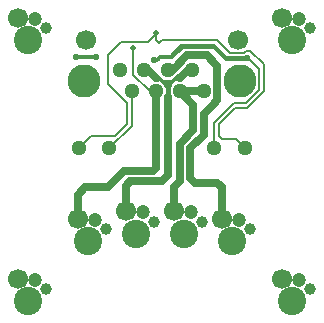
<source format=gbr>
G04 start of page 2 for group 0 idx 0 *
G04 Title: (unknown), P1_W1 *
G04 Creator: pcb 4.2.0 *
G04 CreationDate: Wed Sep 23 11:56:37 2020 UTC *
G04 For: commonadmin *
G04 Format: Gerber/RS-274X *
G04 PCB-Dimensions (mil): 1250.00 1500.00 *
G04 PCB-Coordinate-Origin: lower left *
%MOIN*%
%FSLAX25Y25*%
%LNTOP*%
%ADD29C,0.0354*%
%ADD28C,0.0197*%
%ADD27C,0.0295*%
%ADD26C,0.0492*%
%ADD25C,0.0787*%
%ADD24C,0.0130*%
%ADD23C,0.0100*%
%ADD22C,0.0230*%
%ADD21C,0.0200*%
%ADD20C,0.0512*%
%ADD19C,0.1102*%
%ADD18C,0.0394*%
%ADD17C,0.0472*%
%ADD16C,0.0669*%
%ADD15C,0.0945*%
%ADD14C,0.0160*%
%ADD13C,0.0140*%
%ADD12C,0.0060*%
%ADD11C,0.0250*%
G54D11*X78571Y89957D02*X70539D01*
X73043Y97043D02*X70500Y94500D01*
X74555Y97043D02*X73043D01*
G54D12*X94000Y100500D02*X86000D01*
X97000Y97500D02*X94000Y100500D01*
X82000Y104500D02*X86000Y100500D01*
G54D13*Y101000D02*X93000D01*
G54D12*X92500Y86000D02*X88500D01*
X97000Y90500D02*X92500Y86000D01*
X97000Y97500D02*Y90500D01*
X71500Y104500D02*X82000D01*
X54476Y78500D02*Y89957D01*
X82000Y71055D02*X82035Y71020D01*
X82000Y79500D02*Y71055D01*
X88500Y86000D02*X82000Y79500D01*
X54476Y78500D02*X46996Y71020D01*
X68000Y101000D02*X71500Y104500D01*
X64000Y101000D02*X68000D01*
G54D13*X64000Y101500D02*X67500D01*
G54D12*X63500Y100500D02*X64000Y101000D01*
X62000Y100500D02*X63500D01*
X62000D02*X62500D01*
G54D13*X62000D02*X63000D01*
X64000Y101500D01*
X67500D02*X71000Y105000D01*
X82000D01*
X86000Y101000D01*
X42500Y101500D02*X36000D01*
G54D11*X70539Y60039D02*Y72508D01*
X75031Y77000D01*
Y85465D01*
X70539Y89957D01*
X68500Y50024D02*X68457Y49980D01*
X68500Y58000D02*Y50024D01*
X70539Y60039D02*X68500Y58000D01*
G54D13*X70500Y94000D02*X69000D01*
X68000Y93000D02*X70000Y95000D01*
G54D11*X66500Y62000D02*X64500Y60000D01*
X66500Y88000D02*Y62000D01*
G54D14*Y91500D02*Y86000D01*
G54D13*Y93000D02*X68000D01*
G54D14*X62500Y94000D02*X63000D01*
X66500Y93000D02*X65500D01*
G54D11*X66500Y92500D02*Y92000D01*
G54D13*X64516Y93484D02*X66500Y91500D01*
X64516Y93500D02*Y93484D01*
X63516Y94500D02*X64516Y93500D01*
X62500Y94500D02*X63516D01*
G54D11*X59957Y97043D02*X62500Y94500D01*
X58492Y97043D02*X59957D01*
X52500Y50024D02*X52457Y49980D01*
X52500Y58500D02*Y50024D01*
X54000Y60000D02*X52500Y58500D01*
X64500Y60000D02*X54000D01*
G54D12*X89094Y74000D02*X92075Y71020D01*
X84500Y74000D02*X89094D01*
X83500Y75000D02*X84500Y74000D01*
X83500Y79000D02*Y75000D01*
X89000Y84500D02*X83500Y79000D01*
X93000Y84500D02*X89000D01*
X98500Y90000D02*X93000Y84500D01*
X53000Y86000D02*Y79000D01*
X46500Y92500D02*X53000Y86000D01*
X46500Y102000D02*Y92500D01*
X51000Y106500D02*X46500Y102000D01*
X62500Y109000D02*X60000Y106500D01*
X63500Y106000D02*X62500Y107000D01*
X60000Y106500D02*X51000D01*
X62500Y109500D02*Y109000D01*
X55000Y95500D02*Y104500D01*
X60543Y89957D02*X55000Y95500D01*
X62508Y89957D02*X60543D01*
X62500Y107000D02*Y109500D01*
G54D11*X62508Y89957D02*Y64508D01*
Y89957D02*X62457D01*
X61500Y63500D02*X52000D01*
X62508Y64508D02*X61500Y63500D01*
G54D12*X40937Y75000D02*X36957Y71020D01*
X49000Y75000D02*X40937D01*
X53000Y79000D02*X49000Y75000D01*
G54D11*X36500Y55500D02*Y47524D01*
X39000Y58000D02*X36500Y55500D01*
X46500Y58000D02*X39000D01*
X52000Y63500D02*X46500Y58000D01*
X36500Y47524D02*X36457Y47480D01*
G54D12*X98500Y90000D02*Y99000D01*
X94000Y103500D01*
X92500D01*
X91750Y102750D01*
X87250D01*
X83000Y107000D01*
X64500D01*
X63500Y106000D01*
G54D11*X83000Y87000D02*X81500Y85500D01*
X83000Y98500D02*Y87000D01*
X79500Y102000D02*X83000Y98500D01*
X73000Y102000D02*X79500D01*
X81531Y85531D02*Y85500D01*
X84500Y47524D02*X84457Y47480D01*
X84500Y58000D02*Y47524D01*
X83000Y59500D02*X84500Y58000D01*
X68043Y97043D02*X73000Y102000D01*
X66524Y97043D02*X68043D01*
X81531Y85500D02*X78531Y82500D01*
Y75500D01*
X74031Y71000D01*
Y60969D01*
X75500Y59500D01*
X83000D01*
G54D15*X20000Y20000D03*
G54D16*X16457Y27480D03*
G54D17*X22362Y27087D03*
G54D18*X25906Y23937D03*
G54D15*X108000Y20000D03*
G54D16*X104457Y27480D03*
G54D17*X110362Y27087D03*
G54D18*X113906Y23937D03*
G54D15*X72000Y42500D03*
X88000Y40000D03*
G54D18*X93906Y43937D03*
G54D15*X56000Y42500D03*
X40000Y40000D03*
G54D18*X45906Y43937D03*
G54D17*X74362Y49587D03*
G54D18*X77906Y46437D03*
G54D16*X84457Y47480D03*
G54D17*X90362Y47087D03*
G54D16*X68457Y49980D03*
X52457D03*
G54D17*X58362Y49587D03*
G54D18*X61906Y46437D03*
G54D16*X36457Y47480D03*
G54D17*X42362Y47087D03*
G54D16*X39319Y107004D03*
G54D19*X38531Y93500D03*
G54D20*X36957Y71020D03*
X46996D03*
X66524Y97043D03*
X58492D03*
X50461D03*
X62508Y89957D03*
X54476D03*
X70539D03*
G54D15*X20000Y107000D03*
G54D18*X25906Y110937D03*
G54D16*X16457Y114480D03*
G54D17*X22362Y114087D03*
G54D20*X82035Y71020D03*
X92075D03*
G54D16*X89713Y107004D03*
G54D19*X90500Y93500D03*
G54D20*X74555Y97043D03*
X78571Y89957D03*
G54D15*X108000Y107000D03*
G54D16*X104457Y114480D03*
G54D17*X110362Y114087D03*
G54D18*X113906Y110937D03*
G54D21*X55000Y104500D03*
X62500Y109500D03*
G54D22*X42500Y101500D03*
X36000D03*
X62000Y100500D03*
X93000Y101000D03*
G54D23*G54D24*G54D25*G54D26*G54D27*G54D28*G54D25*G54D26*G54D27*G54D28*G54D25*G54D28*G54D25*G54D28*G54D27*G54D28*G54D26*G54D27*G54D26*G54D27*G54D28*G54D26*G54D27*G54D20*G54D15*G54D29*G54D25*G54D28*G54D26*G54D27*G54D29*G54D20*G54D15*G54D29*G54D25*G54D26*G54D27*G54D28*M02*

</source>
